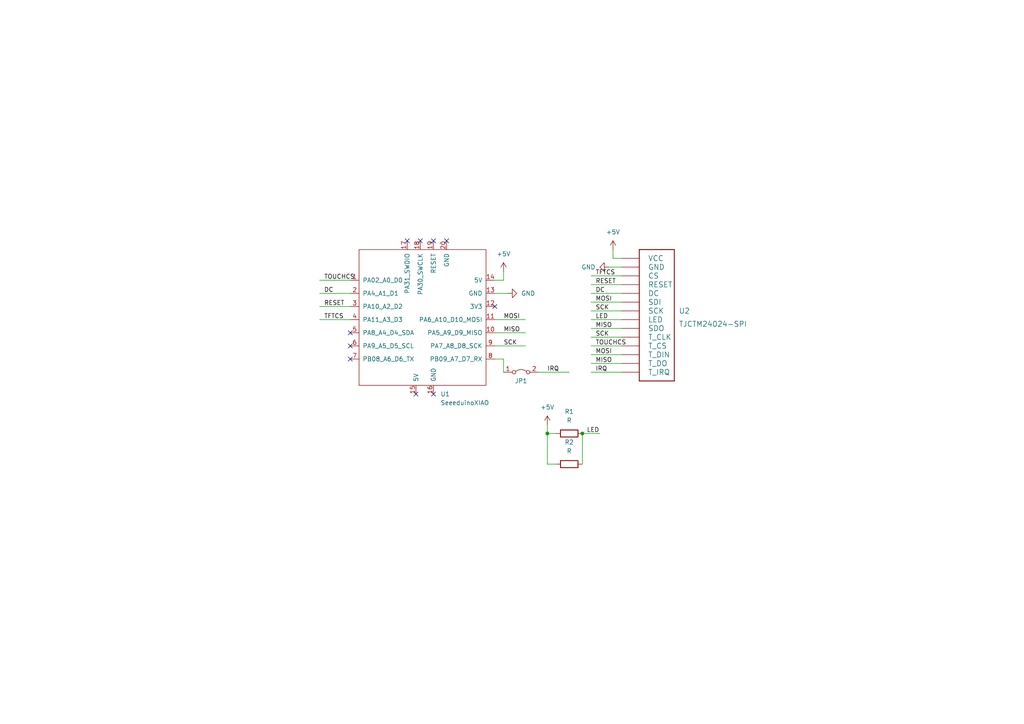
<source format=kicad_sch>
(kicad_sch (version 20211123) (generator eeschema)
  (paper "A4")
  (lib_symbols
    (symbol "Device:R" (pin_numbers hide) (pin_names (offset 0))
      (property "Reference" "R" (at 2.032 0 90))
      (property "Value" "R" (at 0 0 90))
      (symbol "R_0_1"
        (rectangle (start -1.016 -2.54) (end 1.016 2.54) (stroke (width 0.254)))
      )
      (symbol "R_1_1"
        (pin passive line (at 0 3.81 270) (length 1.27) (name "~") (number "1"))
        (pin passive line (at 0 -3.81 90) (length 1.27) (name "~") (number "2"))
      )
    )
    (symbol "Jumper:Jumper_2_Bridged" (pin_names (offset 0) hide)
      (property "Reference" "JP" (at 0 1.905 0))
      (property "Value" "Jumper_2_Bridged" (at 0 -2.54 0))
      (symbol "Jumper_2_Bridged_0_0"
        (circle (center -2.032 0) (radius 0.508))
        (circle (center 2.032 0) (radius 0.508))
      )
      (symbol "Jumper_2_Bridged_0_1"
        (arc (start 1.524 0.254) (mid 0 0.762) (end -1.524 0.254))
      )
      (symbol "Jumper_2_Bridged_1_1"
        (pin passive line (at -5.08 0 0) (length 2.54) (name "A") (number "1"))
        (pin passive line (at 5.08 0 180) (length 2.54) (name "B") (number "2"))
      )
    )
    (symbol "Seeeduino XIAO:SeeeduinoXIAO" (pin_names (offset 1.016))
      (property "Reference" "U" (at -19.05 22.86 0))
      (property "Value" "SeeeduinoXIAO" (at -12.7 21.59 0))
      (symbol "SeeeduinoXIAO_0_1"
        (rectangle (start -19.05 20.32) (end 17.78 -19.05))
      )
      (symbol "SeeeduinoXIAO_1_1"
        (pin unspecified line (at -21.59 11.43 0) (length 2.54) (name "PA02_A0_D0") (number "1"))
        (pin unspecified line (at 20.32 -3.81 180) (length 2.54) (name "PA5_A9_D9_MISO") (number "10"))
        (pin unspecified line (at 20.32 0 180) (length 2.54) (name "PA6_A10_D10_MOSI") (number "11"))
        (pin unspecified line (at 20.32 3.81 180) (length 2.54) (name "3V3") (number "12"))
        (pin unspecified line (at 20.32 7.62 180) (length 2.54) (name "GND") (number "13"))
        (pin unspecified line (at 20.32 11.43 180) (length 2.54) (name "5V") (number "14"))
        (pin input line (at -2.54 -21.59 90) (length 2.54) (name "5V") (number "15"))
        (pin input line (at 2.54 -21.59 90) (length 2.54) (name "GND") (number "16"))
        (pin input line (at -5.08 22.86 270) (length 2.54) (name "PA31_SWDIO") (number "17"))
        (pin input line (at -1.27 22.86 270) (length 2.54) (name "PA30_SWCLK") (number "18"))
        (pin input line (at 2.54 22.86 270) (length 2.54) (name "RESET") (number "19"))
        (pin unspecified line (at -21.59 7.62 0) (length 2.54) (name "PA4_A1_D1") (number "2"))
        (pin input line (at 6.35 22.86 270) (length 2.54) (name "GND") (number "20"))
        (pin unspecified line (at -21.59 3.81 0) (length 2.54) (name "PA10_A2_D2") (number "3"))
        (pin unspecified line (at -21.59 0 0) (length 2.54) (name "PA11_A3_D3") (number "4"))
        (pin unspecified line (at -21.59 -3.81 0) (length 2.54) (name "PA8_A4_D4_SDA") (number "5"))
        (pin unspecified line (at -21.59 -7.62 0) (length 2.54) (name "PA9_A5_D5_SCL") (number "6"))
        (pin unspecified line (at -21.59 -11.43 0) (length 2.54) (name "PB08_A6_D6_TX") (number "7"))
        (pin unspecified line (at 20.32 -11.43 180) (length 2.54) (name "PB09_A7_D7_RX") (number "8"))
        (pin unspecified line (at 20.32 -7.62 180) (length 2.54) (name "PA7_A8_D8_SCK") (number "9"))
      )
    )
    (symbol "dan:TJCTM24024-SPI" (pin_names (offset 2.54))
      (property "Reference" "U" (at 11.43 2.54 90))
      (property "Value" "TJCTM24024-SPI" (at 11.43 24.13 90))
      (symbol "TJCTM24024-SPI_0_0"
        (polyline (pts (xy 0 0) (xy 10.16 0)) (stroke (width 0.254)))
        (polyline (pts (xy 0 38.1) (xy 0 0)) (stroke (width 0.254)))
        (polyline (pts (xy 10.16 0) (xy 10.16 38.1)) (stroke (width 0.254)))
        (polyline (pts (xy 10.16 38.1) (xy 0 38.1)) (stroke (width 0.254)))
        (pin power_in line (at -5.08 35.56 0) (length 5.08) (name "VCC") (number "P1"))
        (pin input line (at -5.08 12.7 0) (length 5.08) (name "T_CLK") (number "P10"))
        (pin input line (at -5.08 10.16 0) (length 5.08) (name "T_CS") (number "P11"))
        (pin input line (at -5.08 7.62 0) (length 5.08) (name "T_DIN") (number "P12"))
        (pin tri_state line (at -5.08 5.08 0) (length 5.08) (name "T_DO") (number "P13"))
        (pin output line (at -5.08 2.54 0) (length 5.08) (name "T_IRQ") (number "P14"))
        (pin power_in line (at -5.08 33.02 0) (length 5.08) (name "GND") (number "P2"))
        (pin input line (at -5.08 30.48 0) (length 5.08) (name "CS") (number "P3"))
        (pin input line (at -5.08 27.94 0) (length 5.08) (name "RESET") (number "P4"))
        (pin input line (at -5.08 25.4 0) (length 5.08) (name "DC") (number "P5"))
        (pin input line (at -5.08 22.86 0) (length 5.08) (name "SDI") (number "P6"))
        (pin input line (at -5.08 20.32 0) (length 5.08) (name "SCK") (number "P7"))
        (pin input line (at -5.08 17.78 0) (length 5.08) (name "LED") (number "P8"))
        (pin tri_state line (at -5.08 15.24 0) (length 5.08) (name "SDO") (number "P9"))
      )
    )
    (symbol "power:+5V" (power) (pin_names (offset 0))
      (property "Value" "+5V" (at 0 3.556 0))
      (symbol "+5V_0_1"
        (polyline (pts (xy -0.762 1.27) (xy 0 2.54)))
        (polyline (pts (xy 0 0) (xy 0 2.54)))
        (polyline (pts (xy 0 2.54) (xy 0.762 1.27)))
      )
      (symbol "+5V_1_1"
        (pin power_in line (at 0 0 90) (length 0) hide (name "+5V") (number "1"))
      )
    )
    (symbol "power:GND" (power) (pin_names (offset 0))
      (property "Value" "GND" (at 0 -3.81 0))
      (symbol "GND_0_1"
        (polyline (pts (xy 0 0) (xy 0 -1.27) (xy 1.27 -1.27) (xy 0 -2.54) (xy -1.27 -1.27) (xy 0 -1.27)))
      )
      (symbol "GND_1_1"
        (pin power_in line (at 0 0 270) (length 0) hide (name "GND") (number "1"))
      )
    )
  )
  (junction (at 158.75 125.73))
  (junction (at 168.91 125.73))
  (no_connect (at 118.11 69.85))
  (no_connect (at 121.92 69.85))
  (no_connect (at 125.73 69.85))
  (no_connect (at 129.54 69.85))
  (no_connect (at 101.6 96.52))
  (no_connect (at 101.6 100.33))
  (no_connect (at 101.6 104.14))
  (no_connect (at 125.73 114.3))
  (no_connect (at 120.65 114.3))
  (no_connect (at 143.51 88.9))
  (wire (pts (xy 171.45 85.09) (xy 180.34 85.09)))
  (wire (pts (xy 171.45 105.41) (xy 180.34 105.41)))
  (wire (pts (xy 143.51 96.52) (xy 152.4 96.52)))
  (wire (pts (xy 171.45 82.55) (xy 180.34 82.55)))
  (wire (pts (xy 171.45 87.63) (xy 180.34 87.63)))
  (wire (pts (xy 143.51 85.09) (xy 147.32 85.09)))
  (wire (pts (xy 168.91 125.73) (xy 168.91 134.62)))
  (wire (pts (xy 168.91 125.73) (xy 173.99 125.73)))
  (wire (pts (xy 171.45 102.87) (xy 180.34 102.87)))
  (wire (pts (xy 143.51 100.33) (xy 152.4 100.33)))
  (wire (pts (xy 158.75 125.73) (xy 158.75 134.62)))
  (wire (pts (xy 146.05 104.14) (xy 146.05 107.95)))
  (wire (pts (xy 143.51 92.71) (xy 152.4 92.71)))
  (wire (pts (xy 146.05 81.28) (xy 143.51 81.28)))
  (wire (pts (xy 158.75 123.19) (xy 158.75 125.73)))
  (wire (pts (xy 156.21 107.95) (xy 165.1 107.95)))
  (wire (pts (xy 171.45 100.33) (xy 180.34 100.33)))
  (wire (pts (xy 92.71 88.9) (xy 101.6 88.9)))
  (wire (pts (xy 92.71 92.71) (xy 101.6 92.71)))
  (wire (pts (xy 146.05 78.74) (xy 146.05 81.28)))
  (wire (pts (xy 171.45 97.79) (xy 180.34 97.79)))
  (wire (pts (xy 171.45 80.01) (xy 180.34 80.01)))
  (wire (pts (xy 177.8 74.93) (xy 180.34 74.93)))
  (wire (pts (xy 171.45 107.95) (xy 180.34 107.95)))
  (wire (pts (xy 143.51 104.14) (xy 146.05 104.14)))
  (wire (pts (xy 177.8 72.39) (xy 177.8 74.93)))
  (wire (pts (xy 92.71 85.09) (xy 101.6 85.09)))
  (wire (pts (xy 158.75 125.73) (xy 161.29 125.73)))
  (wire (pts (xy 171.45 95.25) (xy 180.34 95.25)))
  (wire (pts (xy 92.71 81.28) (xy 101.6 81.28)))
  (wire (pts (xy 158.75 134.62) (xy 161.29 134.62)))
  (wire (pts (xy 171.45 90.17) (xy 180.34 90.17)))
  (wire (pts (xy 176.53 77.47) (xy 180.34 77.47)))
  (wire (pts (xy 171.45 92.71) (xy 180.34 92.71)))
  (label "SCK" (at 172.72 90.17 0))
  (label "MISO" (at 146.05 96.52 0))
  (label "RESET" (at 93.98 88.9 0))
  (label "TOUCHCS" (at 172.72 100.33 0))
  (label "SCK" (at 172.72 97.79 0))
  (label "TFTCS" (at 172.72 80.01 0))
  (label "DC" (at 172.72 85.09 0))
  (label "IRQ" (at 158.75 107.95 0))
  (label "IRQ" (at 172.72 107.95 0))
  (label "TOUCHCS" (at 93.98 81.28 0))
  (label "RESET" (at 172.72 82.55 0))
  (label "LED" (at 170.18 125.73 0))
  (label "MOSI" (at 146.05 92.71 0))
  (label "SCK" (at 146.05 100.33 0))
  (label "MISO" (at 172.72 95.25 0))
  (label "LED" (at 172.72 92.71 0))
  (label "MOSI" (at 172.72 87.63 0))
  (label "MOSI" (at 172.72 102.87 0))
  (label "MISO" (at 172.72 105.41 0))
  (label "TFTCS" (at 93.98 92.71 0))
  (label "DC" (at 93.98 85.09 0))
  (symbol (lib_id "power:GND") (at 147.32 85.09 90) (unit 1)
    (property "Reference" "#PWR0103" (effects hide))
    (property "Value" "GND" (at 151.13 85.0899 90) (effects (justify right)))
  )
  (symbol (lib_id "power:+5V") (at 177.8 72.39 0) (unit 1)
    (property "Reference" "#PWR0101" (effects hide))
    (property "Value" "+5V" (at 177.8 67.31 0))
  )
  (symbol (lib_id "power:GND") (at 176.53 77.47 270) (unit 1)
    (property "Reference" "#PWR0102" (effects hide))
    (property "Value" "GND" (at 172.72 77.4699 90) (effects (justify right)))
  )
  (symbol (lib_id "Seeeduino XIAO:SeeeduinoXIAO") (at 123.19 92.71 0) (unit 1)
    (property "Reference" "U1" (at 127.7494 114.3 0) (effects (justify left)))
    (property "Value" "SeeeduinoXIAO" (at 127.7494 116.84 0) (effects (justify left)))
    (property "Footprint" "dstahlke:Seeeduino XIAO-MOUDLE14P-2.54-21X17.8MM" (effects hide))
  )
  (symbol (lib_id "power:+5V") (at 158.75 123.19 0) (unit 1)
    (property "Reference" "#PWR0105" (effects hide))
    (property "Value" "+5V" (at 158.75 118.11 0))
  )
  (symbol (lib_id "Jumper:Jumper_2_Bridged") (at 151.13 107.95 0) (unit 1)
    (property "Reference" "JP1" (at 151.13 110.49 0))
    (property "Value" "Jumper_2_Bridged" (effects hide))
    (property "Footprint" "Jumper:SolderJumper-2_P1.3mm_Bridged_Pad1.0x1.5mm" (effects hide))
  )
  (symbol (lib_id "power:+5V") (at 146.05 78.74 0) (unit 1)
    (property "Reference" "#PWR0104" (effects hide))
    (property "Value" "+5V" (at 146.05 73.66 0))
  )
  (symbol (lib_id "Device:R") (at 165.1 134.62 270) (unit 1)
    (property "Reference" "R2" (at 165.1 128.27 90))
    (property "Value" "R" (at 165.1 130.81 90))
    (property "Footprint" "Resistor_SMD:R_0805_2012Metric_Pad1.20x1.40mm_HandSolder" (effects hide))
  )
  (symbol (lib_id "dan:TJCTM24024-SPI") (at 185.42 110.49 0) (unit 1)
    (property "Reference" "U2" (at 196.85 90.17 0) (effects (font (size 1.524 1.524)) (justify left)))
    (property "Value" "TJCTM24024-SPI" (at 196.85 93.98 0) (effects (font (size 1.524 1.524)) (justify left)))
    (property "Footprint" "dstahlke:TJCTM24024-SPI-NODRILL" (effects hide))
  )
  (symbol (lib_id "Device:R") (at 165.1 125.73 90) (unit 1)
    (property "Reference" "R1" (at 165.1 119.38 90))
    (property "Value" "R" (at 165.1 121.92 90))
    (property "Footprint" "Resistor_SMD:R_0805_2012Metric_Pad1.20x1.40mm_HandSolder" (effects hide))
  )
)
</source>
